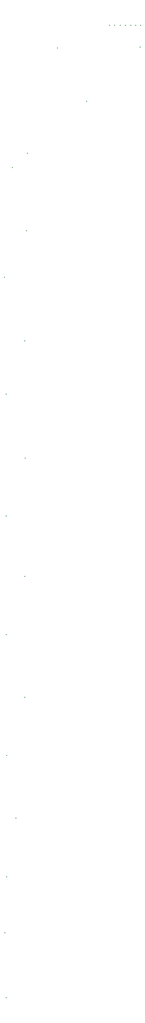
<source format=gbr>
%TF.GenerationSoftware,KiCad,Pcbnew,8.0.2*%
%TF.CreationDate,2025-02-04T18:07:08+01:00*%
%TF.ProjectId,FT25_AMS_VSENS,46543235-5f41-44d5-935f-5653454e532e,rev?*%
%TF.SameCoordinates,Original*%
%TF.FileFunction,Plated,1,4,PTH,Drill*%
%TF.FilePolarity,Positive*%
%FSLAX46Y46*%
G04 Gerber Fmt 4.6, Leading zero omitted, Abs format (unit mm)*
G04 Created by KiCad (PCBNEW 8.0.2) date 2025-02-04 18:07:08*
%MOMM*%
%LPD*%
G01*
G04 APERTURE LIST*
%TA.AperFunction,ViaDrill*%
%ADD10C,0.300000*%
%TD*%
G04 APERTURE END LIST*
D10*
X197150000Y-91250000D03*
X197300000Y-216100000D03*
X197500000Y-136700000D03*
X197500000Y-159300000D03*
X197500000Y-228500000D03*
X197550000Y-113450000D03*
X197600000Y-182300000D03*
X197600000Y-205400000D03*
X198718423Y-70342190D03*
X199400000Y-194287500D03*
X201100000Y-103300000D03*
X201100000Y-148200000D03*
X201100000Y-171200000D03*
X201200000Y-125700000D03*
X201425000Y-82300000D03*
X201605503Y-67621559D03*
X207350000Y-47500000D03*
X212900000Y-57650000D03*
X217300000Y-43200000D03*
X218300000Y-43200000D03*
X219400000Y-43200000D03*
X220400000Y-43200000D03*
X221400000Y-43200000D03*
X222300000Y-43200000D03*
X223150000Y-47350000D03*
X223300000Y-43200000D03*
M02*

</source>
